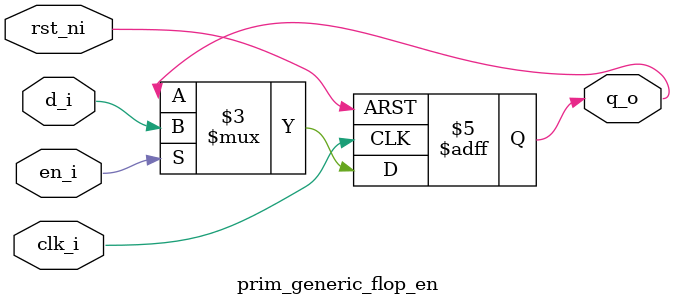
<source format=sv>

`include "../../lowrisc_prim_assert_0.1/rtl/prim_assert.sv"

module prim_generic_flop_en #(
  parameter int               Width      = 1,
  parameter logic [Width-1:0] ResetValue = 0
) (
  input                    clk_i,
  input                    rst_ni,
  input                    en_i,
  input        [Width-1:0] d_i,
  output logic [Width-1:0] q_o
);

  always_ff @(posedge clk_i or negedge rst_ni) begin
    if (!rst_ni) begin
      q_o <= ResetValue;
    end else if (en_i) begin
      q_o <= d_i;
    end
  end

endmodule

</source>
